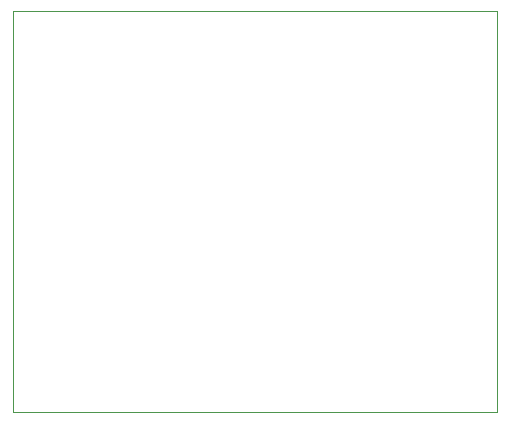
<source format=gm1>
G04 #@! TF.GenerationSoftware,KiCad,Pcbnew,8.0.5*
G04 #@! TF.CreationDate,2024-09-28T14:46:52+05:30*
G04 #@! TF.ProjectId,MKM01V10,4d4b4d30-3156-4313-902e-6b696361645f,1.0*
G04 #@! TF.SameCoordinates,Original*
G04 #@! TF.FileFunction,Profile,NP*
%FSLAX46Y46*%
G04 Gerber Fmt 4.6, Leading zero omitted, Abs format (unit mm)*
G04 Created by KiCad (PCBNEW 8.0.5) date 2024-09-28 14:46:52*
%MOMM*%
%LPD*%
G01*
G04 APERTURE LIST*
G04 #@! TA.AperFunction,Profile*
%ADD10C,0.100000*%
G04 #@! TD*
G04 APERTURE END LIST*
D10*
X42820000Y-29600000D02*
X83820000Y-29600000D01*
X83820000Y-63600000D01*
X42820000Y-63600000D01*
X42820000Y-29600000D01*
M02*

</source>
